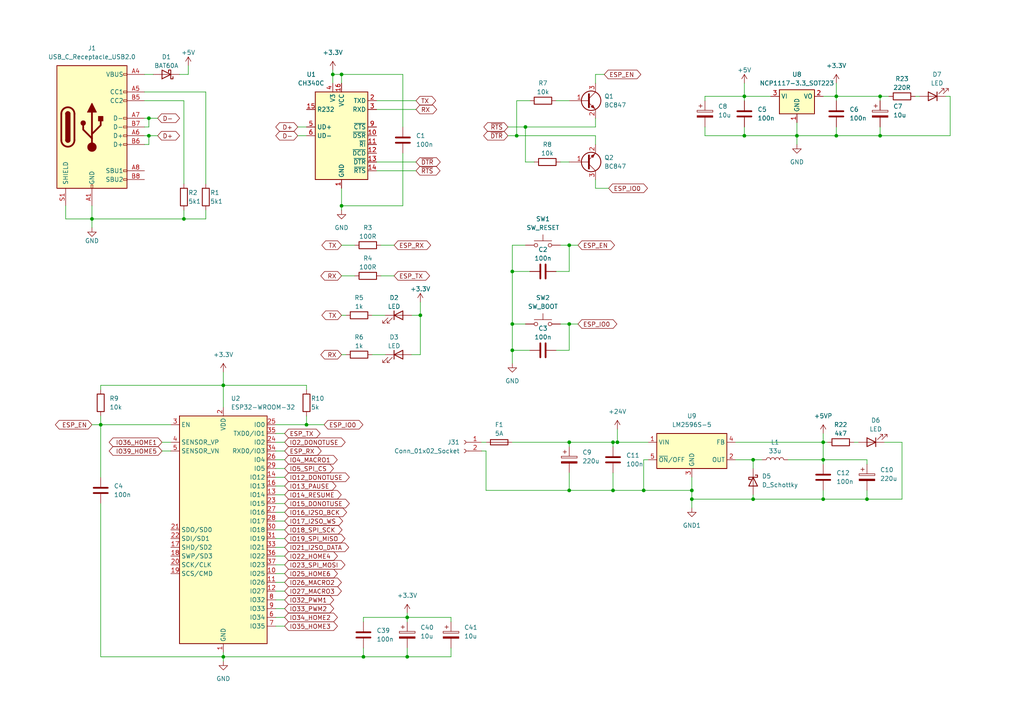
<source format=kicad_sch>
(kicad_sch (version 20230121) (generator eeschema)
  (paper "A4")
  (lib_symbols
    (symbol "Connector:Conn_01x02_Socket" (pin_names (offset 1.016) hide)
      (property "Reference" "J" (at 0 2.54 0))
      (property "Value" "Conn_01x02_Socket" (at 0 -5.08 0))
      (symbol "Conn_01x02_Socket_1_1"
        (arc (start 0 -2.032) (mid -0.5058 -2.54) (end 0 -3.048) (stroke (width 0.1524)))
        (polyline (pts (xy -1.27 -2.54) (xy -0.508 -2.54)) (stroke (width 0.1524)))
        (polyline (pts (xy -1.27 0) (xy -0.508 0)) (stroke (width 0.1524)))
        (arc (start 0 0.508) (mid -0.5058 0) (end 0 -0.508) (stroke (width 0.1524)))
        (pin passive line (at -5.08 0 0) (length 3.81) (name "Pin_1") (number "1"))
        (pin passive line (at -5.08 -2.54 0) (length 3.81) (name "Pin_2") (number "2"))
      )
    )
    (symbol "Connector:USB_C_Receptacle_USB2.0" (pin_names (offset 1.016))
      (property "Reference" "J" (at -10.16 19.05 0))
      (property "Value" "USB_C_Receptacle_USB2.0" (at 19.05 19.05 0))
      (symbol "USB_C_Receptacle_USB2.0_0_0"
        (rectangle (start -0.254 -17.78) (end 0.254 -16.764))
        (rectangle (start 10.16 -14.986) (end 9.144 -15.494))
        (rectangle (start 10.16 -12.446) (end 9.144 -12.954))
        (rectangle (start 10.16 -4.826) (end 9.144 -5.334))
        (rectangle (start 10.16 -2.286) (end 9.144 -2.794))
        (rectangle (start 10.16 0.254) (end 9.144 -0.254))
        (rectangle (start 10.16 2.794) (end 9.144 2.286))
        (rectangle (start 10.16 7.874) (end 9.144 7.366))
        (rectangle (start 10.16 10.414) (end 9.144 9.906))
        (rectangle (start 10.16 15.494) (end 9.144 14.986))
      )
      (symbol "USB_C_Receptacle_USB2.0_0_1"
        (rectangle (start -10.16 17.78) (end 10.16 -17.78) (stroke (width 0.254)) (fill (type background)))
        (arc (start -8.89 -3.81) (mid -6.985 -5.7067) (end -5.08 -3.81) (stroke (width 0.508)))
        (arc (start -7.62 -3.81) (mid -6.985 -4.4423) (end -6.35 -3.81) (stroke (width 0.254)))
        (arc (start -7.62 -3.81) (mid -6.985 -4.4423) (end -6.35 -3.81) (stroke (width 0.254)) (fill (type outline)))
        (rectangle (start -7.62 -3.81) (end -6.35 3.81) (stroke (width 0.254)) (fill (type outline)))
        (arc (start -6.35 3.81) (mid -6.985 4.4423) (end -7.62 3.81) (stroke (width 0.254)))
        (arc (start -6.35 3.81) (mid -6.985 4.4423) (end -7.62 3.81) (stroke (width 0.254)) (fill (type outline)))
        (arc (start -5.08 3.81) (mid -6.985 5.7067) (end -8.89 3.81) (stroke (width 0.508)))
        (circle (center -2.54 1.143) (radius 0.635) (stroke (width 0.254)) (fill (type outline)))
        (circle (center 0 -5.842) (radius 1.27) (fill (type outline)))
        (polyline (pts (xy -8.89 -3.81) (xy -8.89 3.81)) (stroke (width 0.508)))
        (polyline (pts (xy -5.08 3.81) (xy -5.08 -3.81)) (stroke (width 0.508)))
        (polyline (pts (xy 0 -5.842) (xy 0 4.318)) (stroke (width 0.508)))
        (polyline (pts (xy 0 -3.302) (xy -2.54 -0.762) (xy -2.54 0.508)) (stroke (width 0.508)))
        (polyline (pts (xy 0 -2.032) (xy 2.54 0.508) (xy 2.54 1.778)) (stroke (width 0.508)))
        (polyline (pts (xy -1.27 4.318) (xy 0 6.858) (xy 1.27 4.318) (xy -1.27 4.318)) (stroke (width 0.254)) (fill (type outline)))
        (rectangle (start 1.905 1.778) (end 3.175 3.048) (stroke (width 0.254)) (fill (type outline)))
      )
      (symbol "USB_C_Receptacle_USB2.0_1_1"
        (pin passive line (at 0 -22.86 90) (length 5.08) (name "GND") (number "A1"))
        (pin passive line (at 0 -22.86 90) (length 5.08) hide (name "GND") (number "A12"))
        (pin passive line (at 15.24 15.24 180) (length 5.08) (name "VBUS") (number "A4"))
        (pin bidirectional line (at 15.24 10.16 180) (length 5.08) (name "CC1") (number "A5"))
        (pin bidirectional line (at 15.24 -2.54 180) (length 5.08) (name "D+") (number "A6"))
        (pin bidirectional line (at 15.24 2.54 180) (length 5.08) (name "D-") (number "A7"))
        (pin bidirectional line (at 15.24 -12.7 180) (length 5.08) (name "SBU1") (number "A8"))
        (pin passive line (at 15.24 15.24 180) (length 5.08) hide (name "VBUS") (number "A9"))
        (pin passive line (at 0 -22.86 90) (length 5.08) hide (name "GND") (number "B1"))
        (pin passive line (at 0 -22.86 90) (length 5.08) hide (name "GND") (number "B12"))
        (pin passive line (at 15.24 15.24 180) (length 5.08) hide (name "VBUS") (number "B4"))
        (pin bidirectional line (at 15.24 7.62 180) (length 5.08) (name "CC2") (number "B5"))
        (pin bidirectional line (at 15.24 -5.08 180) (length 5.08) (name "D+") (number "B6"))
        (pin bidirectional line (at 15.24 0 180) (length 5.08) (name "D-") (number "B7"))
        (pin bidirectional line (at 15.24 -15.24 180) (length 5.08) (name "SBU2") (number "B8"))
        (pin passive line (at 15.24 15.24 180) (length 5.08) hide (name "VBUS") (number "B9"))
        (pin passive line (at -7.62 -22.86 90) (length 5.08) (name "SHIELD") (number "S1"))
      )
    )
    (symbol "Device:C" (pin_numbers hide) (pin_names (offset 0.254))
      (property "Reference" "C" (at 0.635 2.54 0))
      (property "Value" "C" (at 0.635 -2.54 0))
      (symbol "C_0_1"
        (polyline (pts (xy -2.032 -0.762) (xy 2.032 -0.762)) (stroke (width 0.508)))
        (polyline (pts (xy -2.032 0.762) (xy 2.032 0.762)) (stroke (width 0.508)))
      )
      (symbol "C_1_1"
        (pin passive line (at 0 3.81 270) (length 2.794) (name "~") (number "1"))
        (pin passive line (at 0 -3.81 90) (length 2.794) (name "~") (number "2"))
      )
    )
    (symbol "Device:C_Polarized" (pin_numbers hide) (pin_names (offset 0.254))
      (property "Reference" "C" (at 0.635 2.54 0))
      (property "Value" "C_Polarized" (at 0.635 -2.54 0))
      (symbol "C_Polarized_0_1"
        (rectangle (start -2.286 0.508) (end 2.286 1.016))
        (polyline (pts (xy -1.778 2.286) (xy -0.762 2.286)))
        (polyline (pts (xy -1.27 2.794) (xy -1.27 1.778)))
        (rectangle (start 2.286 -0.508) (end -2.286 -1.016) (fill (type outline)))
      )
      (symbol "C_Polarized_1_1"
        (pin passive line (at 0 3.81 270) (length 2.794) (name "~") (number "1"))
        (pin passive line (at 0 -3.81 90) (length 2.794) (name "~") (number "2"))
      )
    )
    (symbol "Device:D_Schottky" (pin_numbers hide) (pin_names (offset 1.016) hide)
      (property "Reference" "D" (at 0 2.54 0))
      (property "Value" "D_Schottky" (at 0 -2.54 0))
      (symbol "D_Schottky_0_1"
        (polyline (pts (xy 1.27 0) (xy -1.27 0)))
        (polyline (pts (xy 1.27 1.27) (xy 1.27 -1.27) (xy -1.27 0) (xy 1.27 1.27)) (stroke (width 0.254)))
        (polyline (pts (xy -1.905 0.635) (xy -1.905 1.27) (xy -1.27 1.27) (xy -1.27 -1.27) (xy -0.635 -1.27) (xy -0.635 -0.635)) (stroke (width 0.254)))
      )
      (symbol "D_Schottky_1_1"
        (pin passive line (at -3.81 0 0) (length 2.54) (name "K") (number "1"))
        (pin passive line (at 3.81 0 180) (length 2.54) (name "A") (number "2"))
      )
    )
    (symbol "Device:Fuse" (pin_numbers hide) (pin_names (offset 0))
      (property "Reference" "F" (at 2.032 0 90))
      (property "Value" "Fuse" (at -1.905 0 90))
      (symbol "Fuse_0_1"
        (rectangle (start -0.762 -2.54) (end 0.762 2.54) (stroke (width 0.254)))
        (polyline (pts (xy 0 2.54) (xy 0 -2.54)))
      )
      (symbol "Fuse_1_1"
        (pin passive line (at 0 3.81 270) (length 1.27) (name "~") (number "1"))
        (pin passive line (at 0 -3.81 90) (length 1.27) (name "~") (number "2"))
      )
    )
    (symbol "Device:L" (pin_numbers hide) (pin_names (offset 1.016) hide)
      (property "Reference" "L" (at -1.27 0 90))
      (property "Value" "L" (at 1.905 0 90))
      (symbol "L_0_1"
        (arc (start 0 -2.54) (mid 0.6323 -1.905) (end 0 -1.27))
        (arc (start 0 -1.27) (mid 0.6323 -0.635) (end 0 0))
        (arc (start 0 0) (mid 0.6323 0.635) (end 0 1.27))
        (arc (start 0 1.27) (mid 0.6323 1.905) (end 0 2.54))
      )
      (symbol "L_1_1"
        (pin passive line (at 0 3.81 270) (length 1.27) (name "1") (number "1"))
        (pin passive line (at 0 -3.81 90) (length 1.27) (name "2") (number "2"))
      )
    )
    (symbol "Device:LED" (pin_numbers hide) (pin_names (offset 1.016) hide)
      (property "Reference" "D" (at 0 2.54 0))
      (property "Value" "LED" (at 0 -2.54 0))
      (symbol "LED_0_1"
        (polyline (pts (xy -1.27 -1.27) (xy -1.27 1.27)) (stroke (width 0.254)))
        (polyline (pts (xy -1.27 0) (xy 1.27 0)))
        (polyline (pts (xy 1.27 -1.27) (xy 1.27 1.27) (xy -1.27 0) (xy 1.27 -1.27)) (stroke (width 0.254)))
        (polyline (pts (xy -3.048 -0.762) (xy -4.572 -2.286) (xy -3.81 -2.286) (xy -4.572 -2.286) (xy -4.572 -1.524)))
        (polyline (pts (xy -1.778 -0.762) (xy -3.302 -2.286) (xy -2.54 -2.286) (xy -3.302 -2.286) (xy -3.302 -1.524)))
      )
      (symbol "LED_1_1"
        (pin passive line (at -3.81 0 0) (length 2.54) (name "K") (number "1"))
        (pin passive line (at 3.81 0 180) (length 2.54) (name "A") (number "2"))
      )
    )
    (symbol "Device:R" (pin_numbers hide) (pin_names (offset 0))
      (property "Reference" "R" (at 2.032 0 90))
      (property "Value" "R" (at 0 0 90))
      (symbol "R_0_1"
        (rectangle (start -1.016 -2.54) (end 1.016 2.54) (stroke (width 0.254)))
      )
      (symbol "R_1_1"
        (pin passive line (at 0 3.81 270) (length 1.27) (name "~") (number "1"))
        (pin passive line (at 0 -3.81 90) (length 1.27) (name "~") (number "2"))
      )
    )
    (symbol "Diode:BAT60A" (pin_numbers hide) (pin_names (offset 1.016) hide)
      (property "Reference" "D" (at 0 2.54 0))
      (property "Value" "BAT60A" (at 0 -2.54 0))
      (symbol "BAT60A_0_1"
        (polyline (pts (xy 1.27 0) (xy -1.27 0)))
        (polyline (pts (xy 1.27 1.27) (xy 1.27 -1.27) (xy -1.27 0) (xy 1.27 1.27)) (stroke (width 0.254)))
        (polyline (pts (xy -1.905 0.635) (xy -1.905 1.27) (xy -1.27 1.27) (xy -1.27 -1.27) (xy -0.635 -1.27) (xy -0.635 -0.635)) (stroke (width 0.254)))
      )
      (symbol "BAT60A_1_1"
        (pin passive line (at -3.81 0 0) (length 2.54) (name "K") (number "1"))
        (pin passive line (at 3.81 0 180) (length 2.54) (name "A") (number "2"))
      )
    )
    (symbol "Interface_USB:CH340C"
      (property "Reference" "U" (at -5.08 13.97 0))
      (property "Value" "CH340C" (at 1.27 13.97 0))
      (symbol "CH340C_0_1"
        (rectangle (start -7.62 12.7) (end 7.62 -12.7) (stroke (width 0.254)) (fill (type background)))
      )
      (symbol "CH340C_1_1"
        (pin power_in line (at 0 -15.24 90) (length 2.54) (name "GND") (number "1"))
        (pin input line (at 10.16 0 180) (length 2.54) (name "~{DSR}") (number "10"))
        (pin input line (at 10.16 -2.54 180) (length 2.54) (name "~{RI}") (number "11"))
        (pin input line (at 10.16 -5.08 180) (length 2.54) (name "~{DCD}") (number "12"))
        (pin output line (at 10.16 -7.62 180) (length 2.54) (name "~{DTR}") (number "13"))
        (pin output line (at 10.16 -10.16 180) (length 2.54) (name "~{RTS}") (number "14"))
        (pin input line (at -10.16 7.62 0) (length 2.54) (name "R232") (number "15"))
        (pin power_in line (at 0 15.24 270) (length 2.54) (name "VCC") (number "16"))
        (pin output line (at 10.16 10.16 180) (length 2.54) (name "TXD") (number "2"))
        (pin input line (at 10.16 7.62 180) (length 2.54) (name "RXD") (number "3"))
        (pin passive line (at -2.54 15.24 270) (length 2.54) (name "V3") (number "4"))
        (pin bidirectional line (at -10.16 2.54 0) (length 2.54) (name "UD+") (number "5"))
        (pin bidirectional line (at -10.16 0 0) (length 2.54) (name "UD-") (number "6"))
        (pin no_connect line (at -7.62 -7.62 0) (length 2.54) hide (name "NC") (number "7"))
        (pin no_connect line (at -7.62 -10.16 0) (length 2.54) hide (name "NC") (number "8"))
        (pin input line (at 10.16 2.54 180) (length 2.54) (name "~{CTS}") (number "9"))
      )
    )
    (symbol "RF_Module:ESP32-WROOM-32"
      (property "Reference" "U" (at -12.7 34.29 0))
      (property "Value" "ESP32-WROOM-32" (at 1.27 34.29 0))
      (symbol "ESP32-WROOM-32_0_1"
        (rectangle (start -12.7 33.02) (end 12.7 -33.02) (stroke (width 0.254)) (fill (type background)))
      )
      (symbol "ESP32-WROOM-32_1_1"
        (pin power_in line (at 0 -35.56 90) (length 2.54) (name "GND") (number "1"))
        (pin bidirectional line (at 15.24 -12.7 180) (length 2.54) (name "IO25") (number "10"))
        (pin bidirectional line (at 15.24 -15.24 180) (length 2.54) (name "IO26") (number "11"))
        (pin bidirectional line (at 15.24 -17.78 180) (length 2.54) (name "IO27") (number "12"))
        (pin bidirectional line (at 15.24 10.16 180) (length 2.54) (name "IO14") (number "13"))
        (pin bidirectional line (at 15.24 15.24 180) (length 2.54) (name "IO12") (number "14"))
        (pin passive line (at 0 -35.56 90) (length 2.54) hide (name "GND") (number "15"))
        (pin bidirectional line (at 15.24 12.7 180) (length 2.54) (name "IO13") (number "16"))
        (pin bidirectional line (at -15.24 -5.08 0) (length 2.54) (name "SHD/SD2") (number "17"))
        (pin bidirectional line (at -15.24 -7.62 0) (length 2.54) (name "SWP/SD3") (number "18"))
        (pin bidirectional line (at -15.24 -12.7 0) (length 2.54) (name "SCS/CMD") (number "19"))
        (pin power_in line (at 0 35.56 270) (length 2.54) (name "VDD") (number "2"))
        (pin bidirectional line (at -15.24 -10.16 0) (length 2.54) (name "SCK/CLK") (number "20"))
        (pin bidirectional line (at -15.24 0 0) (length 2.54) (name "SDO/SD0") (number "21"))
        (pin bidirectional line (at -15.24 -2.54 0) (length 2.54) (name "SDI/SD1") (number "22"))
        (pin bidirectional line (at 15.24 7.62 180) (length 2.54) (name "IO15") (number "23"))
        (pin bidirectional line (at 15.24 25.4 180) (length 2.54) (name "IO2") (number "24"))
        (pin bidirectional line (at 15.24 30.48 180) (length 2.54) (name "IO0") (number "25"))
        (pin bidirectional line (at 15.24 20.32 180) (length 2.54) (name "IO4") (number "26"))
        (pin bidirectional line (at 15.24 5.08 180) (length 2.54) (name "IO16") (number "27"))
        (pin bidirectional line (at 15.24 2.54 180) (length 2.54) (name "IO17") (number "28"))
        (pin bidirectional line (at 15.24 17.78 180) (length 2.54) (name "IO5") (number "29"))
        (pin input line (at -15.24 30.48 0) (length 2.54) (name "EN") (number "3"))
        (pin bidirectional line (at 15.24 0 180) (length 2.54) (name "IO18") (number "30"))
        (pin bidirectional line (at 15.24 -2.54 180) (length 2.54) (name "IO19") (number "31"))
        (pin no_connect line (at -12.7 -27.94 0) (length 2.54) hide (name "NC") (number "32"))
        (pin bidirectional line (at 15.24 -5.08 180) (length 2.54) (name "IO21") (number "33"))
        (pin bidirectional line (at 15.24 22.86 180) (length 2.54) (name "RXD0/IO3") (number "34"))
        (pin bidirectional line (at 15.24 27.94 180) (length 2.54) (name "TXD0/IO1") (number "35"))
        (pin bidirectional line (at 15.24 -7.62 180) (length 2.54) (name "IO22") (number "36"))
        (pin bidirectional line (at 15.24 -10.16 180) (length 2.54) (name "IO23") (number "37"))
        (pin passive line (at 0 -35.56 90) (length 2.54) hide (name "GND") (number "38"))
        (pin passive line (at 0 -35.56 90) (length 2.54) hide (name "GND") (number "39"))
        (pin input line (at -15.24 25.4 0) (length 2.54) (name "SENSOR_VP") (number "4"))
        (pin input line (at -15.24 22.86 0) (length 2.54) (name "SENSOR_VN") (number "5"))
        (pin input line (at 15.24 -25.4 180) (length 2.54) (name "IO34") (number "6"))
        (pin input line (at 15.24 -27.94 180) (length 2.54) (name "IO35") (number "7"))
        (pin bidirectional line (at 15.24 -20.32 180) (length 2.54) (name "IO32") (number "8"))
        (pin bidirectional line (at 15.24 -22.86 180) (length 2.54) (name "IO33") (number "9"))
      )
    )
    (symbol "Regulator_Linear:NCP1117-3.3_SOT223"
      (property "Reference" "U" (at -3.81 3.175 0))
      (property "Value" "NCP1117-3.3_SOT223" (at 0 3.175 0))
      (symbol "NCP1117-3.3_SOT223_0_1"
        (rectangle (start -5.08 -5.08) (end 5.08 1.905) (stroke (width 0.254)) (fill (type background)))
      )
      (symbol "NCP1117-3.3_SOT223_1_1"
        (pin power_in line (at 0 -7.62 90) (length 2.54) (name "GND") (number "1"))
        (pin power_out line (at 7.62 0 180) (length 2.54) (name "VO") (number "2"))
        (pin power_in line (at -7.62 0 0) (length 2.54) (name "VI") (number "3"))
      )
    )
    (symbol "Regulator_Switching:LM2596S-5"
      (property "Reference" "U" (at -10.16 6.35 0))
      (property "Value" "LM2596S-5" (at 0 6.35 0))
      (symbol "LM2596S-5_0_1"
        (rectangle (start -10.16 5.08) (end 10.16 -5.08) (stroke (width 0.254)) (fill (type background)))
      )
      (symbol "LM2596S-5_1_1"
        (pin power_in line (at -12.7 2.54 0) (length 2.54) (name "VIN") (number "1"))
        (pin output line (at 12.7 -2.54 180) (length 2.54) (name "OUT") (number "2"))
        (pin power_in line (at 0 -7.62 90) (length 2.54) (name "GND") (number "3"))
        (pin input line (at 12.7 2.54 180) (length 2.54) (name "FB") (number "4"))
        (pin input line (at -12.7 -2.54 0) (length 2.54) (name "~{ON}/OFF") (number "5"))
      )
    )
    (symbol "Switch:SW_Push" (pin_numbers hide) (pin_names (offset 1.016) hide)
      (property "Reference" "SW" (at 1.27 2.54 0))
      (property "Value" "SW_Push" (at 0 -1.524 0))
      (symbol "SW_Push_0_1"
        (circle (center -2.032 0) (radius 0.508))
        (polyline (pts (xy 0 1.27) (xy 0 3.048)))
        (polyline (pts (xy 2.54 1.27) (xy -2.54 1.27)))
        (circle (center 2.032 0) (radius 0.508))
        (pin passive line (at -5.08 0 0) (length 2.54) (name "1") (number "1"))
        (pin passive line (at 5.08 0 180) (length 2.54) (name "2") (number "2"))
      )
    )
    (symbol "Transistor_BJT:BC847" (pin_names (offset 0) hide)
      (property "Reference" "Q" (at 5.08 1.905 0))
      (property "Value" "BC847" (at 5.08 0 0))
      (symbol "BC847_0_1"
        (polyline (pts (xy 0.635 0.635) (xy 2.54 2.54)))
        (polyline (pts (xy 0.635 -0.635) (xy 2.54 -2.54) (xy 2.54 -2.54)))
        (polyline (pts (xy 0.635 1.905) (xy 0.635 -1.905) (xy 0.635 -1.905)) (stroke (width 0.508)))
        (polyline (pts (xy 1.27 -1.778) (xy 1.778 -1.27) (xy 2.286 -2.286) (xy 1.27 -1.778) (xy 1.27 -1.778)) (fill (type outline)))
        (circle (center 1.27 0) (radius 2.8194) (stroke (width 0.254)))
      )
      (symbol "BC847_1_1"
        (pin input line (at -5.08 0 0) (length 5.715) (name "B") (number "1"))
        (pin passive line (at 2.54 -5.08 90) (length 2.54) (name "E") (number "2"))
        (pin passive line (at 2.54 5.08 270) (length 2.54) (name "C") (number "3"))
      )
    )
    (symbol "power:+24V" (power) (pin_names (offset 0))
      (property "Value" "+24V" (at 0 3.556 0))
      (symbol "+24V_0_1"
        (polyline (pts (xy -0.762 1.27) (xy 0 2.54)))
        (polyline (pts (xy 0 0) (xy 0 2.54)))
        (polyline (pts (xy 0 2.54) (xy 0.762 1.27)))
      )
      (symbol "+24V_1_1"
        (pin power_in line (at 0 0 90) (length 0) hide (name "+24V") (number "1"))
      )
    )
    (symbol "power:+3.3V" (power) (pin_names (offset 0))
      (property "Value" "+3.3V" (at 0 3.556 0))
      (symbol "+3.3V_0_1"
        (polyline (pts (xy -0.762 1.27) (xy 0 2.54)))
        (polyline (pts (xy 0 0) (xy 0 2.54)))
        (polyline (pts (xy 0 2.54) (xy 0.762 1.27)))
      )
      (symbol "+3.3V_1_1"
        (pin power_in line (at 0 0 90) (length 0) hide (name "+3.3V") (number "1"))
      )
    )
    (symbol "power:+5V" (power) (pin_names (offset 0))
      (property "Value" "+5V" (at 0 3.556 0))
      (symbol "+5V_0_1"
        (polyline (pts (xy -0.762 1.27) (xy 0 2.54)))
        (polyline (pts (xy 0 0) (xy 0 2.54)))
        (polyline (pts (xy 0 2.54) (xy 0.762 1.27)))
      )
      (symbol "+5V_1_1"
        (pin power_in line (at 0 0 90) (length 0) hide (name "+5V") (number "1"))
      )
    )
    (symbol "power:+5VP" (power) (pin_names (offset 0))
      (property "Value" "+5VP" (at 0 3.556 0))
      (symbol "+5VP_0_1"
        (polyline (pts (xy -0.762 1.27) (xy 0 2.54)))
        (polyline (pts (xy 0 0) (xy 0 2.54)))
        (polyline (pts (xy 0 2.54) (xy 0.762 1.27)))
      )
      (symbol "+5VP_1_1"
        (pin power_in line (at 0 0 90) (length 0) hide (name "+5VP") (number "1"))
      )
    )
    (symbol "power:GND" (power) (pin_names (offset 0))
      (property "Value" "GND" (at 0 -3.81 0))
      (symbol "GND_0_1"
        (polyline (pts (xy 0 0) (xy 0 -1.27) (xy 1.27 -1.27) (xy 0 -2.54) (xy -1.27 -1.27) (xy 0 -1.27)))
      )
      (symbol "GND_1_1"
        (pin power_in line (at 0 0 270) (length 0) hide (name "GND") (number "1"))
      )
    )
    (symbol "power:GND1" (power) (pin_names (offset 0))
      (property "Value" "GND1" (at 0 -3.81 0))
      (symbol "GND1_0_1"
        (polyline (pts (xy 0 0) (xy 0 -1.27) (xy 1.27 -1.27) (xy 0 -2.54) (xy -1.27 -1.27) (xy 0 -1.27)))
      )
      (symbol "GND1_1_1"
        (pin power_in line (at 0 0 270) (length 0) hide (name "GND1") (number "1"))
      )
    )
  )
  (junction (at 53.34 63.5))
  (junction (at 148.59 78.74))
  (junction (at 99.06 21.59))
  (junction (at 29.21 123.19))
  (junction (at 251.46 144.78))
  (junction (at 186.69 142.24))
  (junction (at 96.52 21.59))
  (junction (at 64.77 190.5))
  (junction (at 165.1 93.98))
  (junction (at 231.14 39.37))
  (junction (at 215.9 27.94))
  (junction (at 118.11 190.5))
  (junction (at 255.27 27.94))
  (junction (at 177.8 128.27))
  (junction (at 165.1 128.27))
  (junction (at 238.76 128.27))
  (junction (at 43.18 39.37))
  (junction (at 105.41 190.5))
  (junction (at 165.1 71.12))
  (junction (at 26.67 63.5))
  (junction (at 148.59 93.98))
  (junction (at 255.27 39.37))
  (junction (at 179.07 128.27))
  (junction (at 121.92 91.44))
  (junction (at 218.44 144.78))
  (junction (at 165.1 142.24))
  (junction (at 200.66 144.78))
  (junction (at 215.9 39.37))
  (junction (at 148.59 101.6))
  (junction (at 200.66 142.24))
  (junction (at 152.4 36.83))
  (junction (at 118.11 179.07))
  (junction (at 177.8 142.24))
  (junction (at 242.57 39.37))
  (junction (at 238.76 144.78))
  (junction (at 88.9 123.19))
  (junction (at 218.44 133.35))
  (junction (at 43.18 34.29))
  (junction (at 64.77 111.76))
  (junction (at 238.76 133.35))
  (junction (at 99.06 59.69))
  (junction (at 242.57 27.94))
  (junction (at 149.86 39.37))
  (wire (pts (xy 238.76 133.35) (xy 238.76 128.27)))
  (wire (pts (xy 204.47 36.83) (xy 204.47 39.37)))
  (wire (pts (xy 255.27 27.94) (xy 257.81 27.94)))
  (wire (pts (xy 177.8 142.24) (xy 186.69 142.24)))
  (wire (pts (xy 80.01 146.05) (xy 82.55 146.05)))
  (wire (pts (xy 26.67 123.19) (xy 29.21 123.19)))
  (wire (pts (xy 139.7 130.81) (xy 140.97 130.81)))
  (wire (pts (xy 86.36 36.83) (xy 88.9 36.83)))
  (wire (pts (xy 19.05 59.69) (xy 19.05 63.5)))
  (wire (pts (xy 80.01 166.37) (xy 82.55 166.37)))
  (wire (pts (xy 177.8 128.27) (xy 177.8 129.54)))
  (wire (pts (xy 177.8 137.16) (xy 177.8 142.24)))
  (wire (pts (xy 148.59 128.27) (xy 165.1 128.27)))
  (wire (pts (xy 149.86 39.37) (xy 149.86 29.21)))
  (wire (pts (xy 165.1 78.74) (xy 165.1 71.12)))
  (wire (pts (xy 172.72 24.13) (xy 172.72 21.59)))
  (wire (pts (xy 177.8 128.27) (xy 179.07 128.27)))
  (wire (pts (xy 187.96 128.27) (xy 179.07 128.27)))
  (wire (pts (xy 64.77 107.95) (xy 64.77 111.76)))
  (wire (pts (xy 274.32 27.94) (xy 275.59 27.94)))
  (wire (pts (xy 147.32 36.83) (xy 152.4 36.83)))
  (wire (pts (xy 46.99 128.27) (xy 49.53 128.27)))
  (wire (pts (xy 99.06 59.69) (xy 99.06 60.96)))
  (wire (pts (xy 41.91 21.59) (xy 44.45 21.59)))
  (wire (pts (xy 109.22 49.53) (xy 120.65 49.53)))
  (wire (pts (xy 172.72 21.59) (xy 175.26 21.59)))
  (wire (pts (xy 121.92 91.44) (xy 121.92 87.63)))
  (wire (pts (xy 53.34 63.5) (xy 59.69 63.5)))
  (wire (pts (xy 121.92 102.87) (xy 121.92 91.44)))
  (wire (pts (xy 256.54 128.27) (xy 261.62 128.27)))
  (wire (pts (xy 80.01 176.53) (xy 82.55 176.53)))
  (wire (pts (xy 242.57 36.83) (xy 242.57 39.37)))
  (wire (pts (xy 148.59 101.6) (xy 153.67 101.6)))
  (wire (pts (xy 148.59 78.74) (xy 153.67 78.74)))
  (wire (pts (xy 53.34 63.5) (xy 53.34 60.96)))
  (wire (pts (xy 130.81 179.07) (xy 130.81 180.34)))
  (wire (pts (xy 59.69 26.67) (xy 59.69 53.34)))
  (wire (pts (xy 242.57 27.94) (xy 242.57 29.21)))
  (wire (pts (xy 218.44 143.51) (xy 218.44 144.78)))
  (wire (pts (xy 255.27 36.83) (xy 255.27 39.37)))
  (wire (pts (xy 130.81 190.5) (xy 118.11 190.5)))
  (wire (pts (xy 147.32 39.37) (xy 149.86 39.37)))
  (wire (pts (xy 29.21 113.03) (xy 29.21 111.76)))
  (wire (pts (xy 215.9 27.94) (xy 215.9 24.13)))
  (wire (pts (xy 148.59 101.6) (xy 148.59 105.41)))
  (wire (pts (xy 200.66 142.24) (xy 200.66 144.78)))
  (wire (pts (xy 204.47 27.94) (xy 215.9 27.94)))
  (wire (pts (xy 64.77 111.76) (xy 64.77 118.11)))
  (wire (pts (xy 43.18 39.37) (xy 43.18 41.91)))
  (wire (pts (xy 165.1 93.98) (xy 162.56 93.98)))
  (wire (pts (xy 64.77 190.5) (xy 64.77 191.77)))
  (wire (pts (xy 238.76 128.27) (xy 240.03 128.27)))
  (wire (pts (xy 105.41 190.5) (xy 64.77 190.5)))
  (wire (pts (xy 86.36 39.37) (xy 88.9 39.37)))
  (wire (pts (xy 41.91 29.21) (xy 53.34 29.21)))
  (wire (pts (xy 99.06 102.87) (xy 100.33 102.87)))
  (wire (pts (xy 99.06 71.12) (xy 102.87 71.12)))
  (wire (pts (xy 109.22 46.99) (xy 120.65 46.99)))
  (wire (pts (xy 242.57 24.13) (xy 242.57 27.94)))
  (wire (pts (xy 172.72 41.91) (xy 172.72 39.37)))
  (wire (pts (xy 251.46 144.78) (xy 238.76 144.78)))
  (wire (pts (xy 255.27 27.94) (xy 242.57 27.94)))
  (wire (pts (xy 152.4 71.12) (xy 148.59 71.12)))
  (wire (pts (xy 107.95 102.87) (xy 111.76 102.87)))
  (wire (pts (xy 238.76 128.27) (xy 238.76 125.73)))
  (wire (pts (xy 200.66 144.78) (xy 200.66 147.32)))
  (wire (pts (xy 242.57 39.37) (xy 231.14 39.37)))
  (wire (pts (xy 41.91 36.83) (xy 43.18 36.83)))
  (wire (pts (xy 215.9 36.83) (xy 215.9 39.37)))
  (wire (pts (xy 118.11 179.07) (xy 118.11 180.34)))
  (wire (pts (xy 109.22 29.21) (xy 120.65 29.21)))
  (wire (pts (xy 118.11 177.8) (xy 118.11 179.07)))
  (wire (pts (xy 80.01 148.59) (xy 82.55 148.59)))
  (wire (pts (xy 80.01 140.97) (xy 82.55 140.97)))
  (wire (pts (xy 110.49 80.01) (xy 114.3 80.01)))
  (wire (pts (xy 80.01 179.07) (xy 82.55 179.07)))
  (wire (pts (xy 187.96 133.35) (xy 186.69 133.35)))
  (wire (pts (xy 119.38 102.87) (xy 121.92 102.87)))
  (wire (pts (xy 165.1 71.12) (xy 162.56 71.12)))
  (wire (pts (xy 265.43 27.94) (xy 266.7 27.94)))
  (wire (pts (xy 172.72 52.07) (xy 172.72 54.61)))
  (wire (pts (xy 165.1 137.16) (xy 165.1 142.24)))
  (wire (pts (xy 238.76 27.94) (xy 242.57 27.94)))
  (wire (pts (xy 99.06 54.61) (xy 99.06 59.69)))
  (wire (pts (xy 53.34 29.21) (xy 53.34 53.34)))
  (wire (pts (xy 172.72 54.61) (xy 176.53 54.61)))
  (wire (pts (xy 43.18 34.29) (xy 45.72 34.29)))
  (wire (pts (xy 80.01 168.91) (xy 82.55 168.91)))
  (wire (pts (xy 186.69 142.24) (xy 200.66 142.24)))
  (wire (pts (xy 41.91 39.37) (xy 43.18 39.37)))
  (wire (pts (xy 118.11 179.07) (xy 130.81 179.07)))
  (wire (pts (xy 218.44 135.89) (xy 218.44 133.35)))
  (wire (pts (xy 110.49 71.12) (xy 114.3 71.12)))
  (wire (pts (xy 88.9 123.19) (xy 93.98 123.19)))
  (wire (pts (xy 251.46 133.35) (xy 238.76 133.35)))
  (wire (pts (xy 80.01 173.99) (xy 82.55 173.99)))
  (wire (pts (xy 43.18 41.91) (xy 41.91 41.91)))
  (wire (pts (xy 80.01 156.21) (xy 82.55 156.21)))
  (wire (pts (xy 29.21 111.76) (xy 64.77 111.76)))
  (wire (pts (xy 99.06 24.13) (xy 99.06 21.59)))
  (wire (pts (xy 140.97 142.24) (xy 165.1 142.24)))
  (wire (pts (xy 29.21 120.65) (xy 29.21 123.19)))
  (wire (pts (xy 105.41 187.96) (xy 105.41 190.5)))
  (wire (pts (xy 80.01 125.73) (xy 82.55 125.73)))
  (wire (pts (xy 238.76 133.35) (xy 238.76 134.62)))
  (wire (pts (xy 59.69 60.96) (xy 59.69 63.5)))
  (wire (pts (xy 161.29 101.6) (xy 165.1 101.6)))
  (wire (pts (xy 80.01 181.61) (xy 82.55 181.61)))
  (wire (pts (xy 54.61 19.05) (xy 54.61 21.59)))
  (wire (pts (xy 204.47 39.37) (xy 215.9 39.37)))
  (wire (pts (xy 96.52 21.59) (xy 99.06 21.59)))
  (wire (pts (xy 29.21 190.5) (xy 64.77 190.5)))
  (wire (pts (xy 26.67 59.69) (xy 26.67 63.5)))
  (wire (pts (xy 96.52 20.32) (xy 96.52 21.59)))
  (wire (pts (xy 247.65 128.27) (xy 248.92 128.27)))
  (wire (pts (xy 29.21 190.5) (xy 29.21 146.05)))
  (wire (pts (xy 152.4 46.99) (xy 154.94 46.99)))
  (wire (pts (xy 46.99 130.81) (xy 49.53 130.81)))
  (wire (pts (xy 26.67 63.5) (xy 53.34 63.5)))
  (wire (pts (xy 213.36 128.27) (xy 238.76 128.27)))
  (wire (pts (xy 43.18 34.29) (xy 41.91 34.29)))
  (wire (pts (xy 215.9 27.94) (xy 215.9 29.21)))
  (wire (pts (xy 238.76 142.24) (xy 238.76 144.78)))
  (wire (pts (xy 215.9 39.37) (xy 231.14 39.37)))
  (wire (pts (xy 116.84 59.69) (xy 99.06 59.69)))
  (wire (pts (xy 255.27 29.21) (xy 255.27 27.94)))
  (wire (pts (xy 179.07 128.27) (xy 179.07 124.46)))
  (wire (pts (xy 43.18 39.37) (xy 45.72 39.37)))
  (wire (pts (xy 109.22 31.75) (xy 120.65 31.75)))
  (wire (pts (xy 64.77 189.23) (xy 64.77 190.5)))
  (wire (pts (xy 99.06 80.01) (xy 102.87 80.01)))
  (wire (pts (xy 80.01 153.67) (xy 82.55 153.67)))
  (wire (pts (xy 261.62 144.78) (xy 251.46 144.78)))
  (wire (pts (xy 218.44 133.35) (xy 220.98 133.35)))
  (wire (pts (xy 80.01 163.83) (xy 82.55 163.83)))
  (wire (pts (xy 29.21 123.19) (xy 49.53 123.19)))
  (wire (pts (xy 238.76 144.78) (xy 218.44 144.78)))
  (wire (pts (xy 43.18 36.83) (xy 43.18 34.29)))
  (wire (pts (xy 107.95 91.44) (xy 111.76 91.44)))
  (wire (pts (xy 261.62 128.27) (xy 261.62 144.78)))
  (wire (pts (xy 148.59 78.74) (xy 148.59 93.98)))
  (wire (pts (xy 80.01 143.51) (xy 82.55 143.51)))
  (wire (pts (xy 80.01 133.35) (xy 82.55 133.35)))
  (wire (pts (xy 88.9 111.76) (xy 64.77 111.76)))
  (wire (pts (xy 88.9 120.65) (xy 88.9 123.19)))
  (wire (pts (xy 149.86 29.21) (xy 153.67 29.21)))
  (wire (pts (xy 148.59 93.98) (xy 152.4 93.98)))
  (wire (pts (xy 152.4 36.83) (xy 152.4 46.99)))
  (wire (pts (xy 148.59 71.12) (xy 148.59 78.74)))
  (wire (pts (xy 148.59 93.98) (xy 148.59 101.6)))
  (wire (pts (xy 223.52 27.94) (xy 215.9 27.94)))
  (wire (pts (xy 26.67 63.5) (xy 26.67 66.04)))
  (wire (pts (xy 228.6 133.35) (xy 238.76 133.35)))
  (wire (pts (xy 80.01 135.89) (xy 82.55 135.89)))
  (wire (pts (xy 231.14 35.56) (xy 231.14 39.37)))
  (wire (pts (xy 80.01 161.29) (xy 82.55 161.29)))
  (wire (pts (xy 200.66 142.24) (xy 200.66 138.43)))
  (wire (pts (xy 165.1 71.12) (xy 167.64 71.12)))
  (wire (pts (xy 218.44 133.35) (xy 213.36 133.35)))
  (wire (pts (xy 165.1 142.24) (xy 177.8 142.24)))
  (wire (pts (xy 80.01 171.45) (xy 82.55 171.45)))
  (wire (pts (xy 204.47 29.21) (xy 204.47 27.94)))
  (wire (pts (xy 119.38 91.44) (xy 121.92 91.44)))
  (wire (pts (xy 172.72 36.83) (xy 152.4 36.83)))
  (wire (pts (xy 118.11 187.96) (xy 118.11 190.5)))
  (wire (pts (xy 255.27 39.37) (xy 242.57 39.37)))
  (wire (pts (xy 165.1 101.6) (xy 165.1 93.98)))
  (wire (pts (xy 130.81 187.96) (xy 130.81 190.5)))
  (wire (pts (xy 80.01 158.75) (xy 82.55 158.75)))
  (wire (pts (xy 80.01 138.43) (xy 82.55 138.43)))
  (wire (pts (xy 165.1 93.98) (xy 167.64 93.98)))
  (wire (pts (xy 118.11 190.5) (xy 105.41 190.5)))
  (wire (pts (xy 172.72 34.29) (xy 172.72 36.83)))
  (wire (pts (xy 275.59 27.94) (xy 275.59 39.37)))
  (wire (pts (xy 116.84 44.45) (xy 116.84 59.69)))
  (wire (pts (xy 80.01 130.81) (xy 82.55 130.81)))
  (wire (pts (xy 80.01 128.27) (xy 82.55 128.27)))
  (wire (pts (xy 172.72 39.37) (xy 149.86 39.37)))
  (wire (pts (xy 251.46 134.62) (xy 251.46 133.35)))
  (wire (pts (xy 165.1 128.27) (xy 177.8 128.27)))
  (wire (pts (xy 162.56 46.99) (xy 165.1 46.99)))
  (wire (pts (xy 88.9 113.03) (xy 88.9 111.76)))
  (wire (pts (xy 96.52 21.59) (xy 96.52 24.13)))
  (wire (pts (xy 140.97 130.81) (xy 140.97 142.24)))
  (wire (pts (xy 251.46 142.24) (xy 251.46 144.78)))
  (wire (pts (xy 80.01 123.19) (xy 88.9 123.19)))
  (wire (pts (xy 139.7 128.27) (xy 140.97 128.27)))
  (wire (pts (xy 116.84 36.83) (xy 116.84 21.59)))
  (wire (pts (xy 116.84 21.59) (xy 99.06 21.59)))
  (wire (pts (xy 161.29 78.74) (xy 165.1 78.74)))
  (wire (pts (xy 275.59 39.37) (xy 255.27 39.37)))
  (wire (pts (xy 105.41 180.34) (xy 105.41 179.07)))
  (wire (pts (xy 161.29 29.21) (xy 165.1 29.21)))
  (wire (pts (xy 200.66 144.78) (xy 218.44 144.78)))
  (wire (pts (xy 19.05 63.5) (xy 26.67 63.5)))
  (wire (pts (xy 54.61 21.59) (xy 52.07 21.59)))
  (wire (pts (xy 165.1 129.54) (xy 165.1 128.27)))
  (wire (pts (xy 59.69 26.67) (xy 41.91 26.67)))
  (wire (pts (xy 80.01 151.13) (xy 82.55 151.13)))
  (wire (pts (xy 105.41 179.07) (xy 118.11 179.07)))
  (wire (pts (xy 231.14 39.37) (xy 231.14 41.91)))
  (wire (pts (xy 29.21 123.19) (xy 29.21 138.43)))
  (wire (pts (xy 186.69 133.35) (xy 186.69 142.24)))
  (wire (pts (xy 99.06 91.44) (xy 100.33 91.44)))
  (global_label "IO19_SPI_MISO" (shape bidirectional) (at 82.55 156.21 0) (property "Intersheetrefs" "${INTERSHEET_REFS}" (effects hide)))
  (global_label "IO27_MACRO3" (shape bidirectional) (at 82.55 171.45 0) (property "Intersheetrefs" "${INTERSHEET_REFS}" (effects hide)))
  (global_label "D+" (shape bidirectional) (at 45.72 39.37 0) (property "Intersheetrefs" "${INTERSHEET_REFS}" (effects hide)))
  (global_label "ESP_IO0" (shape bidirectional) (at 93.98 123.19 0) (property "Intersheetrefs" "${INTERSHEET_REFS}" (effects hide)))
  (global_label "D-" (shape bidirectional) (at 86.36 39.37 180) (property "Intersheetrefs" "${INTERSHEET_REFS}" (effects hide)))
  (global_label "~{DTR}" (shape bidirectional) (at 147.32 39.37 180) (property "Intersheetrefs" "${INTERSHEET_REFS}" (effects hide)))
  (global_label "IO23_SPI_MOSI" (shape bidirectional) (at 82.55 163.83 0) (property "Intersheetrefs" "${INTERSHEET_REFS}" (effects hide)))
  (global_label "IO14_RESUME" (shape bidirectional) (at 82.55 143.51 0) (property "Intersheetrefs" "${INTERSHEET_REFS}" (effects hide)))
  (global_label "IO13_PAUSE" (shape bidirectional) (at 82.55 140.97 0) (property "Intersheetrefs" "${INTERSHEET_REFS}" (effects hide)))
  (global_label "~{RTS}" (shape bidirectional) (at 147.32 36.83 180) (property "Intersheetrefs" "${INTERSHEET_REFS}" (effects hide)))
  (global_label "IO34_HOME2" (shape bidirectional) (at 82.55 179.07 0) (property "Intersheetrefs" "${INTERSHEET_REFS}" (effects hide)))
  (global_label "IO25_HOME6" (shape bidirectional) (at 82.55 166.37 0) (property "Intersheetrefs" "${INTERSHEET_REFS}" (effects hide)))
  (global_label "ESP_IO0" (shape bidirectional) (at 167.64 93.98 0) (property "Intersheetrefs" "${INTERSHEET_REFS}" (effects hide)))
  (global_label "RX" (shape bidirectional) (at 120.65 31.75 0) (property "Intersheetrefs" "${INTERSHEET_REFS}" (effects hide)))
  (global_label "IO39_HOME5" (shape bidirectional) (at 46.99 130.81 180) (property "Intersheetrefs" "${INTERSHEET_REFS}" (effects hide)))
  (global_label "TX" (shape bidirectional) (at 99.06 91.44 180) (property "Intersheetrefs" "${INTERSHEET_REFS}" (effects hide)))
  (global_label "IO17_I2SO_WS" (shape bidirectional) (at 82.55 151.13 0) (property "Intersheetrefs" "${INTERSHEET_REFS}" (effects hide)))
  (global_label "IO5_SPI_CS" (shape bidirectional) (at 82.55 135.89 0) (property "Intersheetrefs" "${INTERSHEET_REFS}" (effects hide)))
  (global_label "RX" (shape bidirectional) (at 99.06 80.01 180) (property "Intersheetrefs" "${INTERSHEET_REFS}" (effects hide)))
  (global_label "IO21_I2SO_DATA" (shape bidirectional) (at 82.55 158.75 0) (property "Intersheetrefs" "${INTERSHEET_REFS}" (effects hide)))
  (global_label "TX" (shape bidirectional) (at 120.65 29.21 0) (property "Intersheetrefs" "${INTERSHEET_REFS}" (effects hide)))
  (global_label "~{DTR}" (shape bidirectional) (at 120.65 46.99 0) (property "Intersheetrefs" "${INTERSHEET_REFS}" (effects hide)))
  (global_label "IO33_PWM2" (shape bidirectional) (at 82.55 176.53 0) (property "Intersheetrefs" "${INTERSHEET_REFS}" (effects hide)))
  (global_label "IO35_HOME3" (shape bidirectional) (at 82.55 181.61 0) (property "Intersheetrefs" "${INTERSHEET_REFS}" (effects hide)))
  (global_label "IO18_SPI_SCK" (shape bidirectional) (at 82.55 153.67 0) (property "Intersheetrefs" "${INTERSHEET_REFS}" (effects hide)))
  (global_label "ESP_EN" (shape bidirectional) (at 167.64 71.12 0) (property "Intersheetrefs" "${INTERSHEET_REFS}" (effects hide)))
  (global_label "TX" (shape bidirectional) (at 99.06 71.12 180) (property "Intersheetrefs" "${INTERSHEET_REFS}" (effects hide)))
  (global_label "ESP_IO0" (shape bidirectional) (at 176.53 54.61 0) (property "Intersheetrefs" "${INTERSHEET_REFS}" (effects hide)))
  (global_label "D-" (shape bidirectional) (at 45.72 34.29 0) (property "Intersheetrefs" "${INTERSHEET_REFS}" (effects hide)))
  (global_label "ESP_TX" (shape bidirectional) (at 82.55 125.73 0) (property "Intersheetrefs" "${INTERSHEET_REFS}" (effects hide)))
  (global_label "ESP_TX" (shape bidirectional) (at 114.3 80.01 0) (property "Intersheetrefs" "${INTERSHEET_REFS}" (effects hide)))
  (global_label "IO32_PWM1" (shape bidirectional) (at 82.55 173.99 0) (property "Intersheetrefs" "${INTERSHEET_REFS}" (effects hide)))
  (global_label "IO22_HOME4" (shape bidirectional) (at 82.55 161.29 0) (property "Intersheetrefs" "${INTERSHEET_REFS}" (effects hide)))
  (global_label "ESP_RX" (shape bidirectional) (at 114.3 71.12 0) (property "Intersheetrefs" "${INTERSHEET_REFS}" (effects hide)))
  (global_label "IO16_I2SO_BCK" (shape bidirectional) (at 82.55 148.59 0) (property "Intersheetrefs" "${INTERSHEET_REFS}" (effects hide)))
  (global_label "IO36_HOME1" (shape bidirectional) (at 46.99 128.27 180) (property "Intersheetrefs" "${INTERSHEET_REFS}" (effects hide)))
  (global_label "ESP_EN" (shape bidirectional) (at 175.26 21.59 0) (property "Intersheetrefs" "${INTERSHEET_REFS}" (effects hide)))
  (global_label "ESP_RX" (shape bidirectional) (at 82.55 130.81 0) (property "Intersheetrefs" "${INTERSHEET_REFS}" (effects hide)))
  (global_label "RX" (shape bidirectional) (at 99.06 102.87 180) (property "Intersheetrefs" "${INTERSHEET_REFS}" (effects hide)))
  (global_label "IO4_MACRO1" (shape bidirectional) (at 82.55 133.35 0) (property "Intersheetrefs" "${INTERSHEET_REFS}" (effects hide)))
  (global_label "IO12_DONOTUSE" (shape bidirectional) (at 82.55 138.43 0) (property "Intersheetrefs" "${INTERSHEET_REFS}" (effects hide)))
  (global_label "IO26_MACRO2" (shape bidirectional) (at 82.55 168.91 0) (property "Intersheetrefs" "${INTERSHEET_REFS}" (effects hide)))
  (global_label "IO2_DONOTUSE" (shape bidirectional) (at 82.55 128.27 0) (property "Intersheetrefs" "${INTERSHEET_REFS}" (effects hide)))
  (global_label "D+" (shape bidirectional) (at 86.36 36.83 180) (property "Intersheetrefs" "${INTERSHEET_REFS}" (effects hide)))
  (global_label "~{RTS}" (shape bidirectional) (at 120.65 49.53 0) (property "Intersheetrefs" "${INTERSHEET_REFS}" (effects hide)))
  (global_label "ESP_EN" (shape bidirectional) (at 26.67 123.19 180) (property "Intersheetrefs" "${INTERSHEET_REFS}" (effects hide)))
  (global_label "IO15_DONOTUSE" (shape bidirectional) (at 82.55 146.05 0) (property "Intersheetrefs" "${INTERSHEET_REFS}" (effects hide)))
  (symbol (lib_id "Device:R") (at 88.9 116.84 0) (unit 1)
    (property "Reference" "R10" (at 90.17 115.57 0) (effects (justify left)))
    (property "Value" "5k" (at 90.17 118.11 0) (effects (justify left)))
    (property "Footprint" "Resistor_SMD:R_0603_1608Metric_Pad0.98x0.95mm_HandSolder" (effects hide))
  )
  (symbol (lib_id "Device:LED") (at 270.51 27.94 180) (unit 1)
    (property "Reference" "D7" (at 271.78 21.59 0))
    (property "Value" "LED" (at 271.78 24.13 0))
    (property "Footprint" "LED_SMD:LED_0603_1608Metric_Pad1.05x0.95mm_HandSolder" (effects hide))
  )
  (symbol (lib_id "power:+3.3V") (at 96.52 20.32 0) (unit 1)
    (property "Reference" "#PWR03" (effects hide))
    (property "Value" "+3.3V" (at 96.52 15.24 0))
  )
  (symbol (lib_id "RF_Module:ESP32-WROOM-32") (at 64.77 153.67 0) (unit 1)
    (property "Reference" "U2" (at 66.9641 115.57 0) (effects (justify left)))
    (property "Value" "ESP32-WROOM-32" (at 66.9641 118.11 0) (effects (justify left)))
    (property "Footprint" "RF_Module:ESP32-WROOM-32" (effects hide))
    (property "Datasheet" "https://www.espressif.com/sites/default/files/documentation/esp32-wroom-32_datasheet_en.pdf" (effects hide))
  )
  (symbol (lib_id "Transistor_BJT:BC847") (at 170.18 46.99 0) (mirror x) (unit 1)
    (property "Reference" "Q2" (at 175.26 45.72 0) (effects (justify left)))
    (property "Value" "BC847" (at 175.26 48.26 0) (effects (justify left)))
    (property "Footprint" "Package_TO_SOT_SMD:SOT-23" (effects hide))
    (property "Datasheet" "http://www.infineon.com/dgdl/Infineon-BC847SERIES_BC848SERIES_BC849SERIES_BC850SERIES-DS-v01_01-en.pdf?fileId=db3a304314dca389011541d4630a1657" (effects hide))
  )
  (symbol (lib_id "Device:C_Polarized") (at 130.81 184.15 0) (unit 1)
    (property "Reference" "C41" (at 134.62 181.991 0) (effects (justify left)))
    (property "Value" "10u" (at 134.62 184.531 0) (effects (justify left)))
    (property "Footprint" "Capacitor_Tantalum_SMD:CP_EIA-3216-18_Kemet-A_Pad1.58x1.35mm_HandSolder" (effects hide))
  )
  (symbol (lib_id "Device:C") (at 215.9 33.02 0) (unit 1)
    (property "Reference" "C5" (at 219.71 31.75 0) (effects (justify left)))
    (property "Value" "100n" (at 219.71 34.29 0) (effects (justify left)))
    (property "Footprint" "Capacitor_SMD:C_0603_1608Metric_Pad1.08x0.95mm_HandSolder" (effects hide))
  )
  (symbol (lib_id "Diode:BAT60A") (at 48.26 21.59 180) (unit 1)
    (property "Reference" "D1" (at 48.26 16.51 0))
    (property "Value" "BAT60A" (at 48.26 19.05 0))
    (property "Footprint" "Diode_SMD:D_SOD-323" (effects hide))
    (property "Datasheet" "https://www.infineon.com/dgdl/Infineon-BAT60ASERIES-DS-v01_01-en.pdf?fileId=db3a304313d846880113def70c9304a9" (effects hide))
  )
  (symbol (lib_id "power:GND") (at 99.06 60.96 0) (unit 1)
    (property "Reference" "#PWR04" (effects hide))
    (property "Value" "GND" (at 99.06 66.04 0))
  )
  (symbol (lib_id "power:GND1") (at 200.66 147.32 0) (unit 1)
    (property "Reference" "#PWR018" (effects hide))
    (property "Value" "GND1" (at 200.66 152.4 0))
  )
  (symbol (lib_id "Regulator_Linear:NCP1117-3.3_SOT223") (at 231.14 27.94 0) (unit 1)
    (property "Reference" "U8" (at 231.14 21.59 0))
    (property "Value" "NCP1117-3.3_SOT223" (at 231.14 24.13 0))
    (property "Footprint" "Package_TO_SOT_SMD:SOT-223-3_TabPin2" (effects hide))
    (property "Datasheet" "http://www.onsemi.com/pub_link/Collateral/NCP1117-D.PDF" (effects hide))
  )
  (symbol (lib_id "power:+24V") (at 179.07 124.46 0) (unit 1)
    (property "Reference" "#PWR017" (effects hide))
    (property "Value" "+24V" (at 179.07 119.38 0))
  )
  (symbol (lib_id "Device:C") (at 105.41 184.15 0) (unit 1)
    (property "Reference" "C39" (at 109.22 182.88 0) (effects (justify left)))
    (property "Value" "100n" (at 109.22 185.42 0) (effects (justify left)))
    (property "Footprint" "Capacitor_SMD:C_0603_1608Metric_Pad1.08x0.95mm_HandSolder" (effects hide))
  )
  (symbol (lib_id "power:GND") (at 64.77 191.77 0) (unit 1)
    (property "Reference" "#PWR07" (effects hide))
    (property "Value" "GND" (at 64.77 196.85 0))
  )
  (symbol (lib_id "Connector:Conn_01x02_Socket") (at 134.62 128.27 0) (mirror y) (unit 1)
    (property "Reference" "J31" (at 133.35 128.27 0) (effects (justify left)))
    (property "Value" "Conn_01x02_Socket" (at 133.35 130.81 0) (effects (justify left)))
    (property "Footprint" "GioN_Custom:WAGO_250-202_1x02_P3.50mm" (effects hide))
  )
  (symbol (lib_id "power:+5V") (at 54.61 19.05 0) (unit 1)
    (property "Reference" "#PWR02" (effects hide))
    (property "Value" "+5V" (at 54.61 15.24 0))
  )
  (symbol (lib_id "power:GND") (at 148.59 105.41 0) (unit 1)
    (property "Reference" "#PWR06" (effects hide))
    (property "Value" "GND" (at 148.59 110.49 0))
  )
  (symbol (lib_id "Device:R") (at 106.68 71.12 90) (unit 1)
    (property "Reference" "R3" (at 106.68 66.04 90))
    (property "Value" "100R" (at 106.68 68.58 90))
    (property "Footprint" "Resistor_SMD:R_0603_1608Metric_Pad0.98x0.95mm_HandSolder" (effects hide))
  )
  (symbol (lib_id "Device:LED") (at 252.73 128.27 180) (unit 1)
    (property "Reference" "D6" (at 254 121.92 0))
    (property "Value" "LED" (at 254 124.46 0))
    (property "Footprint" "LED_SMD:LED_0603_1608Metric_Pad1.05x0.95mm_HandSolder" (effects hide))
  )
  (symbol (lib_id "power:GND") (at 231.14 41.91 0) (unit 1)
    (property "Reference" "#PWR013" (effects hide))
    (property "Value" "GND" (at 231.14 46.99 0))
  )
  (symbol (lib_id "Device:C_Polarized") (at 251.46 138.43 0) (unit 1)
    (property "Reference" "C10" (at 255.27 136.271 0) (effects (justify left)))
    (property "Value" "220u" (at 255.27 138.811 0) (effects (justify left)))
    (property "Footprint" "Capacitor_SMD:CP_Elec_10x7.9" (effects hide))
  )
  (symbol (lib_id "Device:R") (at 106.68 80.01 90) (unit 1)
    (property "Reference" "R4" (at 106.68 74.93 90))
    (property "Value" "100R" (at 106.68 77.47 90))
    (property "Footprint" "Resistor_SMD:R_0603_1608Metric_Pad0.98x0.95mm_HandSolder" (effects hide))
  )
  (symbol (lib_id "Device:R") (at 157.48 29.21 90) (unit 1)
    (property "Reference" "R7" (at 157.48 24.13 90))
    (property "Value" "10k" (at 157.48 26.67 90))
    (property "Footprint" "Resistor_SMD:R_0603_1608Metric_Pad0.98x0.95mm_HandSolder" (effects hide))
  )
  (symbol (lib_id "power:GND") (at 26.67 66.04 0) (unit 1)
    (property "Reference" "#PWR01" (effects hide))
    (property "Value" "GND" (at 26.67 69.85 0))
  )
  (symbol (lib_id "Device:C") (at 157.48 78.74 90) (unit 1)
    (property "Reference" "C2" (at 157.48 72.39 90))
    (property "Value" "100n" (at 157.48 74.93 90))
    (property "Footprint" "Capacitor_SMD:C_0603_1608Metric_Pad1.08x0.95mm_HandSolder" (effects hide))
  )
  (symbol (lib_id "Device:R") (at 243.84 128.27 90) (unit 1)
    (property "Reference" "R22" (at 243.84 123.19 90))
    (property "Value" "4k7" (at 243.84 125.73 90))
    (property "Footprint" "Resistor_SMD:R_0603_1608Metric_Pad0.98x0.95mm_HandSolder" (effects hide))
  )
  (symbol (lib_id "Device:C") (at 242.57 33.02 0) (unit 1)
    (property "Reference" "C6" (at 246.38 31.75 0) (effects (justify left)))
    (property "Value" "100n" (at 246.38 34.29 0) (effects (justify left)))
    (property "Footprint" "Capacitor_SMD:C_0603_1608Metric_Pad1.08x0.95mm_HandSolder" (effects hide))
  )
  (symbol (lib_id "Device:R") (at 104.14 102.87 90) (unit 1)
    (property "Reference" "R6" (at 104.14 97.79 90))
    (property "Value" "1k" (at 104.14 100.33 90))
    (property "Footprint" "Resistor_SMD:R_0603_1608Metric_Pad0.98x0.95mm_HandSolder" (effects hide))
  )
  (symbol (lib_id "Device:C") (at 238.76 138.43 0) (unit 1)
    (property "Reference" "C12" (at 242.57 137.16 0) (effects (justify left)))
    (property "Value" "100n" (at 242.57 139.7 0) (effects (justify left)))
    (property "Footprint" "Capacitor_SMD:C_0603_1608Metric_Pad1.08x0.95mm_HandSolder" (effects hide))
  )
  (symbol (lib_id "Device:C") (at 177.8 133.35 0) (unit 1)
    (property "Reference" "C11" (at 181.61 132.08 0) (effects (justify left)))
    (property "Value" "100n" (at 181.61 134.62 0) (effects (justify left)))
    (property "Footprint" "Capacitor_SMD:C_0603_1608Metric_Pad1.08x0.95mm_HandSolder" (effects hide))
  )
  (symbol (lib_id "Regulator_Switching:LM2596S-5") (at 200.66 130.81 0) (unit 1)
    (property "Reference" "U9" (at 200.66 120.65 0))
    (property "Value" "LM2596S-5" (at 200.66 123.19 0))
    (property "Footprint" "Package_TO_SOT_SMD:TO-263-5_TabPin3" (effects hide))
    (property "Datasheet" "http://www.ti.com/lit/ds/symlink/lm2596.pdf" (effects hide))
  )
  (symbol (lib_id "Device:C_Polarized") (at 118.11 184.15 0) (unit 1)
    (property "Reference" "C40" (at 121.92 181.991 0) (effects (justify left)))
    (property "Value" "10u" (at 121.92 184.531 0) (effects (justify left)))
    (property "Footprint" "Capacitor_Tantalum_SMD:CP_EIA-3216-18_Kemet-A_Pad1.58x1.35mm_HandSolder" (effects hide))
  )
  (symbol (lib_id "power:+3.3V") (at 121.92 87.63 0) (unit 1)
    (property "Reference" "#PWR05" (effects hide))
    (property "Value" "+3.3V" (at 121.92 83.82 0))
  )
  (symbol (lib_id "Device:Fuse") (at 144.78 128.27 90) (unit 1)
    (property "Reference" "F1" (at 144.78 123.19 90))
    (property "Value" "5A" (at 144.78 125.73 90))
    (property "Footprint" "Fuse:Fuseholder_Cylinder-5x20mm_Stelvio-Kontek_PTF78_Horizontal_Open" (effects hide))
  )
  (symbol (lib_id "Device:C_Polarized") (at 204.47 33.02 0) (unit 1)
    (property "Reference" "C8" (at 208.28 30.861 0) (effects (justify left)))
    (property "Value" "10u" (at 208.28 33.401 0) (effects (justify left)))
    (property "Footprint" "Capacitor_Tantalum_SMD:CP_EIA-3216-18_Kemet-A_Pad1.58x1.35mm_HandSolder" (effects hide))
  )
  (symbol (lib_id "Device:R") (at 261.62 27.94 90) (unit 1)
    (property "Reference" "R23" (at 261.62 22.86 90))
    (property "Value" "220R" (at 261.62 25.4 90))
    (property "Footprint" "Resistor_SMD:R_0603_1608Metric_Pad0.98x0.95mm_HandSolder" (effects hide))
  )
  (symbol (lib_id "Device:C_Polarized") (at 165.1 133.35 0) (unit 1)
    (property "Reference" "C9" (at 168.91 131.191 0) (effects (justify left)))
    (property "Value" "220u" (at 168.91 133.731 0) (effects (justify left)))
    (property "Footprint" "Capacitor_SMD:CP_Elec_10x7.9" (effects hide))
  )
  (symbol (lib_id "Device:C") (at 157.48 101.6 90) (unit 1)
    (property "Reference" "C3" (at 157.48 95.25 90))
    (property "Value" "100n" (at 157.48 97.79 90))
    (property "Footprint" "Capacitor_SMD:C_0603_1608Metric_Pad1.08x0.95mm_HandSolder" (effects hide))
  )
  (symbol (lib_id "Device:C") (at 29.21 142.24 0) (unit 1)
    (property "Reference" "C4" (at 33.02 140.97 0) (effects (justify left)))
    (property "Value" "100n" (at 33.02 143.51 0) (effects (justify left)))
    (property "Footprint" "Capacitor_SMD:C_0603_1608Metric_Pad1.08x0.95mm_HandSolder" (effects hide))
  )
  (symbol (lib_id "Interface_USB:CH340C") (at 99.06 39.37 0) (unit 1)
    (property "Reference" "U1" (at 88.9 21.59 0) (effects (justify left)))
    (property "Value" "CH340C" (at 86.36 24.13 0) (effects (justify left)))
    (property "Footprint" "Package_SO:SOIC-16_3.9x9.9mm_P1.27mm" (effects hide))
    (property "Datasheet" "https://datasheet.lcsc.com/szlcsc/Jiangsu-Qin-Heng-CH340C_C84681.pdf" (effects hide))
  )
  (symbol (lib_id "Device:L") (at 224.79 133.35 90) (unit 1)
    (property "Reference" "L1" (at 224.79 128.27 90))
    (property "Value" "33u" (at 224.79 130.81 90))
    (property "Footprint" "Inductor_SMD:L_7.3x7.3_H3.5" (effects hide))
  )
  (symbol (lib_id "Connector:USB_C_Receptacle_USB2.0") (at 26.67 36.83 0) (unit 1)
    (property "Reference" "J1" (at 26.67 13.97 0))
    (property "Value" "USB_C_Receptacle_USB2.0" (at 26.67 16.51 0))
    (property "Footprint" "GioN_Custom:USB_C" (effects hide))
    (property "Datasheet" "https://www.usb.org/sites/default/files/documents/usb_type-c.zip" (effects hide))
  )
  (symbol (lib_id "Device:R") (at 104.14 91.44 90) (unit 1)
    (property "Reference" "R5" (at 104.14 86.36 90))
    (property "Value" "1k" (at 104.14 88.9 90))
    (property "Footprint" "Resistor_SMD:R_0603_1608Metric_Pad0.98x0.95mm_HandSolder" (effects hide))
  )
  (symbol (lib_id "Transistor_BJT:BC847") (at 170.18 29.21 0) (unit 1)
    (property "Reference" "Q1" (at 175.26 27.94 0) (effects (justify left)))
    (property "Value" "BC847" (at 175.26 30.48 0) (effects (justify left)))
    (property "Footprint" "Package_TO_SOT_SMD:SOT-23" (effects hide))
    (property "Datasheet" "http://www.infineon.com/dgdl/Infineon-BC847SERIES_BC848SERIES_BC849SERIES_BC850SERIES-DS-v01_01-en.pdf?fileId=db3a304314dca389011541d4630a1657" (effects hide))
  )
  (symbol (lib_id "Switch:SW_Push") (at 157.48 71.12 0) (unit 1)
    (property "Reference" "SW1" (at 157.48 63.5 0))
    (property "Value" "SW_RESET" (at 157.48 66.04 0))
    (property "Footprint" "Button_Switch_SMD:SW_SPST_B3U-1000P" (effects hide))
  )
  (symbol (lib_id "Device:D_Schottky") (at 218.44 139.7 270) (unit 1)
    (property "Reference" "D5" (at 220.98 138.1125 90) (effects (justify left)))
    (property "Value" "D_Schottky" (at 220.98 140.6525 90) (effects (justify left)))
    (property "Footprint" "Diode_SMD:D_SMC" (effects hide))
  )
  (symbol (lib_id "power:+5V") (at 215.9 24.13 0) (unit 1)
    (property "Reference" "#PWR015" (effects hide))
    (property "Value" "+5V" (at 215.9 20.32 0))
  )
  (symbol (lib_id "Switch:SW_Push") (at 157.48 93.98 0) (unit 1)
    (property "Reference" "SW2" (at 157.48 86.36 0))
    (property "Value" "SW_BOOT" (at 157.48 88.9 0))
    (property "Footprint" "Button_Switch_SMD:SW_SPST_B3U-1000P" (effects hide))
  )
  (symbol (lib_id "Device:R") (at 53.34 57.15 0) (unit 1)
    (property "Reference" "R2" (at 54.61 55.88 0) (effects (justify left)))
    (property "Value" "5k1" (at 54.61 58.42 0) (effects (justify left)))
    (property "Footprint" "Resistor_SMD:R_0603_1608Metric_Pad0.98x0.95mm_HandSolder" (effects hide))
  )
  (symbol (lib_id "Device:LED") (at 115.57 102.87 0) (unit 1)
    (property "Reference" "D3" (at 114.3 97.79 0))
    (property "Value" "LED" (at 114.3 100.33 0))
    (property "Footprint" "LED_SMD:LED_0603_1608Metric_Pad1.05x0.95mm_HandSolder" (effects hide))
  )
  (symbol (lib_id "Device:LED") (at 115.57 91.44 0) (unit 1)
    (property "Reference" "D2" (at 114.3 86.36 0))
    (property "Value" "LED" (at 114.3 88.9 0))
    (property "Footprint" "LED_SMD:LED_0603_1608Metric_Pad1.05x0.95mm_HandSolder" (effects hide))
  )
  (symbol (lib_id "Device:R") (at 29.21 116.84 0) (unit 1)
    (property "Reference" "R9" (at 31.75 115.57 0) (effects (justify left)))
    (property "Value" "10k" (at 31.75 118.11 0) (effects (justify left)))
    (property "Footprint" "Resistor_SMD:R_0603_1608Metric_Pad0.98x0.95mm_HandSolder" (effects hide))
  )
  (symbol (lib_id "power:+3.3V") (at 64.77 107.95 0) (unit 1)
    (property "Reference" "#PWR08" (effects hide))
    (property "Value" "+3.3V" (at 64.77 102.87 0))
  )
  (symbol (lib_id "power:+5VP") (at 238.76 125.73 0) (unit 1)
    (property "Reference" "#PWR016" (effects hide))
    (property "Value" "+5VP" (at 238.76 120.65 0))
  )
  (symbol (lib_id "Device:R") (at 59.69 57.15 0) (unit 1)
    (property "Reference" "R1" (at 60.96 55.88 0) (effects (justify left)))
    (property "Value" "5k1" (at 60.96 58.42 0) (effects (justify left)))
    (property "Footprint" "Resistor_SMD:R_0603_1608Metric_Pad0.98x0.95mm_HandSolder" (effects hide))
  )
  (symbol (lib_id "Device:C_Polarized") (at 255.27 33.02 0) (unit 1)
    (property "Reference" "C7" (at 259.08 30.861 0) (effects (justify left)))
    (property "Value" "10u" (at 259.08 33.401 0) (effects (justify left)))
    (property "Footprint" "Capacitor_Tantalum_SMD:CP_EIA-3216-18_Kemet-A_Pad1.58x1.35mm_HandSolder" (effects hide))
  )
  (symbol (lib_id "power:+3.3V") (at 242.57 24.13 0) (unit 1)
    (property "Reference" "#PWR014" (effects hide))
    (property "Value" "+3.3V" (at 242.57 19.05 0))
  )
  (symbol (lib_id "Device:R") (at 158.75 46.99 90) (unit 1)
    (property "Reference" "R8" (at 158.75 41.91 90))
    (property "Value" "10k" (at 158.75 44.45 90))
    (property "Footprint" "Resistor_SMD:R_0603_1608Metric_Pad0.98x0.95mm_HandSolder" (effects hide))
  )
  (symbol (lib_id "Device:C") (at 116.84 40.64 0) (unit 1)
    (property "Reference" "C1" (at 120.65 39.37 0) (effects (justify left)))
    (property "Value" "100n" (at 120.65 41.91 0) (effects (justify left)))
    (property "Footprint" "Capacitor_SMD:C_0603_1608Metric_Pad1.08x0.95mm_HandSolder" (effects hide))
  )
  (symbol (lib_id "power:+3.3V") (at 118.11 177.8 0) (unit 1)
    (property "Reference" "#PWR059" (effects hide))
    (property "Value" "+3.3V" (at 118.11 172.72 0))
  )
  (sheet (at 321.31 96.52) (size 41.91 11.43) (stroke (width 0.1524))
    (property "Sheetname" "Debug" (at 321.31 95.8084 0) (effects (justify left bottom)))
    (property "Sheetfile" "debug.kicad_sch" (at 321.31 108.5346 0) (effects (justify left top)))
  )
  (sheet (at 321.31 13.97) (size 41.91 20.32) (stroke (width 0.1524))
    (property "Sheetname" "Outputs" (at 321.31 13.2584 0) (effects (justify left bottom)))
    (property "Sheetfile" "outputs.kicad_sch" (at 321.31 34.8746 0) (effects (justify left top)))
  )
  (sheet (at 321.31 45.72) (size 41.91 16.51) (stroke (width 0.1524))
    (property "Sheetname" "Inputs" (at 321.31 45.0084 0) (effects (justify left bottom)))
    (property "Sheetfile" "inputs.kicad_sch" (at 321.31 62.8146 0) (effects (justify left top)))
  )
  (sheet (at 321.31 73.66) (size 41.91 12.7) (stroke (width 0.1524))
    (property "Sheetname" "StepperDriver" (at 321.31 72.9484 0) (effects (justify left bottom)))
    (property "Sheetfile" "stepperDriver.kicad_sch" (at 321.31 86.9446 0) (effects (justify left top)))
  )
)
</source>
